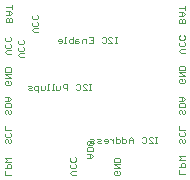
<source format=gbo>
G75*
%MOIN*%
%OFA0B0*%
%FSLAX24Y24*%
%IPPOS*%
%LPD*%
%AMOC8*
5,1,8,0,0,1.08239X$1,22.5*
%
%ADD10C,0.0040*%
D10*
X002236Y001693D02*
X002236Y001826D01*
X002236Y001914D02*
X002437Y001914D01*
X002437Y002014D01*
X002403Y002047D01*
X002336Y002047D01*
X002303Y002014D01*
X002303Y001914D01*
X002236Y002135D02*
X002303Y002201D01*
X002236Y002268D01*
X002437Y002268D01*
X002437Y002135D02*
X002236Y002135D01*
X002236Y001693D02*
X002437Y001693D01*
X002395Y002744D02*
X002362Y002744D01*
X002329Y002777D01*
X002329Y002844D01*
X002295Y002877D01*
X002262Y002877D01*
X002229Y002844D01*
X002229Y002777D01*
X002262Y002744D01*
X002395Y002744D02*
X002429Y002777D01*
X002429Y002844D01*
X002395Y002877D01*
X002395Y002965D02*
X002262Y002965D01*
X002229Y002998D01*
X002229Y003065D01*
X002262Y003098D01*
X002229Y003186D02*
X002229Y003319D01*
X002229Y003186D02*
X002429Y003186D01*
X002395Y003098D02*
X002429Y003065D01*
X002429Y002998D01*
X002395Y002965D01*
X002399Y003724D02*
X002366Y003724D01*
X002333Y003757D01*
X002333Y003824D01*
X002299Y003858D01*
X002266Y003858D01*
X002232Y003824D01*
X002232Y003757D01*
X002266Y003724D01*
X002399Y003724D02*
X002433Y003757D01*
X002433Y003824D01*
X002399Y003858D01*
X002433Y003945D02*
X002433Y004045D01*
X002399Y004079D01*
X002266Y004079D01*
X002232Y004045D01*
X002232Y003945D01*
X002433Y003945D01*
X002366Y004166D02*
X002232Y004166D01*
X002333Y004166D02*
X002333Y004300D01*
X002366Y004300D02*
X002232Y004300D01*
X002366Y004300D02*
X002433Y004233D01*
X002366Y004166D01*
X002403Y004700D02*
X002270Y004700D01*
X002236Y004734D01*
X002236Y004801D01*
X002270Y004834D01*
X002336Y004834D01*
X002336Y004767D01*
X002403Y004700D02*
X002437Y004734D01*
X002437Y004801D01*
X002403Y004834D01*
X002437Y004921D02*
X002236Y004921D01*
X002236Y005055D02*
X002437Y005055D01*
X002437Y005142D02*
X002236Y005142D01*
X002236Y005243D01*
X002270Y005276D01*
X002403Y005276D01*
X002437Y005243D01*
X002437Y005142D01*
X002236Y005055D02*
X002437Y004921D01*
X002983Y004660D02*
X003083Y004660D01*
X003116Y004627D01*
X003083Y004594D01*
X003016Y004594D01*
X002983Y004560D01*
X003016Y004527D01*
X003116Y004527D01*
X003204Y004560D02*
X003204Y004627D01*
X003237Y004660D01*
X003337Y004660D01*
X003337Y004460D01*
X003337Y004527D02*
X003237Y004527D01*
X003204Y004560D01*
X003425Y004527D02*
X003425Y004660D01*
X003425Y004527D02*
X003525Y004527D01*
X003558Y004560D01*
X003558Y004660D01*
X003672Y004727D02*
X003672Y004527D01*
X003639Y004527D02*
X003706Y004527D01*
X003786Y004527D02*
X003853Y004527D01*
X003820Y004527D02*
X003820Y004727D01*
X003853Y004727D01*
X003940Y004660D02*
X003940Y004527D01*
X004041Y004527D01*
X004074Y004560D01*
X004074Y004660D01*
X004161Y004694D02*
X004161Y004627D01*
X004195Y004594D01*
X004295Y004594D01*
X004295Y004527D02*
X004295Y004727D01*
X004195Y004727D01*
X004161Y004694D01*
X004603Y004694D02*
X004637Y004727D01*
X004704Y004727D01*
X004737Y004694D01*
X004737Y004560D01*
X004704Y004527D01*
X004637Y004527D01*
X004603Y004560D01*
X004824Y004527D02*
X004958Y004527D01*
X004824Y004660D01*
X004824Y004694D01*
X004858Y004727D01*
X004924Y004727D01*
X004958Y004694D01*
X005038Y004727D02*
X005105Y004727D01*
X005072Y004727D02*
X005072Y004527D01*
X005105Y004527D02*
X005038Y004527D01*
X003706Y004727D02*
X003672Y004727D01*
X002846Y005620D02*
X002712Y005620D01*
X002645Y005687D01*
X002712Y005754D01*
X002846Y005754D01*
X002812Y005841D02*
X002679Y005841D01*
X002645Y005875D01*
X002645Y005941D01*
X002679Y005975D01*
X002679Y006062D02*
X002645Y006096D01*
X002645Y006162D01*
X002679Y006196D01*
X002812Y006196D02*
X002846Y006162D01*
X002846Y006096D01*
X002812Y006062D01*
X002679Y006062D01*
X002812Y005975D02*
X002846Y005941D01*
X002846Y005875D01*
X002812Y005841D01*
X002437Y005854D02*
X002303Y005854D01*
X002236Y005787D01*
X002303Y005720D01*
X002437Y005720D01*
X002403Y005941D02*
X002270Y005941D01*
X002236Y005975D01*
X002236Y006041D01*
X002270Y006075D01*
X002270Y006162D02*
X002236Y006196D01*
X002236Y006262D01*
X002270Y006296D01*
X002403Y006296D02*
X002437Y006262D01*
X002437Y006196D01*
X002403Y006162D01*
X002270Y006162D01*
X002403Y006075D02*
X002437Y006041D01*
X002437Y005975D01*
X002403Y005941D01*
X003116Y006513D02*
X003182Y006580D01*
X003316Y006580D01*
X003282Y006667D02*
X003149Y006667D01*
X003116Y006701D01*
X003116Y006767D01*
X003149Y006801D01*
X003149Y006888D02*
X003116Y006921D01*
X003116Y006988D01*
X003149Y007022D01*
X003282Y007022D02*
X003316Y006988D01*
X003316Y006921D01*
X003282Y006888D01*
X003149Y006888D01*
X003282Y006801D02*
X003316Y006767D01*
X003316Y006701D01*
X003282Y006667D01*
X003116Y006513D02*
X003182Y006446D01*
X003316Y006446D01*
X003979Y006202D02*
X003979Y006168D01*
X004112Y006168D01*
X004112Y006135D02*
X004112Y006202D01*
X004079Y006235D01*
X004012Y006235D01*
X003979Y006202D01*
X004012Y006102D02*
X004079Y006102D01*
X004112Y006135D01*
X004193Y006102D02*
X004259Y006102D01*
X004226Y006102D02*
X004226Y006302D01*
X004259Y006302D01*
X004347Y006202D02*
X004380Y006235D01*
X004480Y006235D01*
X004480Y006302D02*
X004480Y006102D01*
X004380Y006102D01*
X004347Y006135D01*
X004347Y006202D01*
X004568Y006202D02*
X004568Y006102D01*
X004668Y006102D01*
X004701Y006135D01*
X004668Y006168D01*
X004568Y006168D01*
X004568Y006202D02*
X004601Y006235D01*
X004668Y006235D01*
X004789Y006202D02*
X004789Y006102D01*
X004789Y006202D02*
X004822Y006235D01*
X004922Y006235D01*
X004922Y006102D01*
X005010Y006102D02*
X005143Y006102D01*
X005143Y006302D01*
X005010Y006302D01*
X005077Y006202D02*
X005143Y006202D01*
X005452Y006269D02*
X005485Y006302D01*
X005552Y006302D01*
X005585Y006269D01*
X005585Y006135D01*
X005552Y006102D01*
X005485Y006102D01*
X005452Y006135D01*
X005673Y006102D02*
X005806Y006102D01*
X005673Y006235D01*
X005673Y006269D01*
X005706Y006302D01*
X005773Y006302D01*
X005806Y006269D01*
X005887Y006302D02*
X005954Y006302D01*
X005920Y006302D02*
X005920Y006102D01*
X005887Y006102D02*
X005954Y006102D01*
X008016Y006088D02*
X008049Y006122D01*
X008016Y006088D02*
X008016Y006022D01*
X008049Y005988D01*
X008183Y005988D01*
X008216Y006022D01*
X008216Y006088D01*
X008183Y006122D01*
X008183Y006209D02*
X008049Y006209D01*
X008016Y006243D01*
X008016Y006309D01*
X008049Y006343D01*
X008183Y006343D02*
X008216Y006309D01*
X008216Y006243D01*
X008183Y006209D01*
X008216Y005901D02*
X008083Y005901D01*
X008016Y005834D01*
X008083Y005767D01*
X008216Y005767D01*
X008191Y005339D02*
X008057Y005339D01*
X008024Y005306D01*
X008024Y005205D01*
X008224Y005205D01*
X008224Y005306D01*
X008191Y005339D01*
X008224Y005118D02*
X008024Y005118D01*
X008224Y004984D01*
X008024Y004984D01*
X008057Y004897D02*
X008124Y004897D01*
X008124Y004830D01*
X008191Y004763D02*
X008057Y004763D01*
X008024Y004797D01*
X008024Y004864D01*
X008057Y004897D01*
X008191Y004897D02*
X008224Y004864D01*
X008224Y004797D01*
X008191Y004763D01*
X008145Y004307D02*
X008012Y004307D01*
X008112Y004307D02*
X008112Y004174D01*
X008145Y004174D02*
X008212Y004241D01*
X008145Y004307D01*
X008145Y004174D02*
X008012Y004174D01*
X008045Y004086D02*
X008179Y004086D01*
X008212Y004053D01*
X008212Y003953D01*
X008012Y003953D01*
X008012Y004053D01*
X008045Y004086D01*
X008045Y003865D02*
X008012Y003832D01*
X008012Y003765D01*
X008045Y003732D01*
X008112Y003765D02*
X008112Y003832D01*
X008079Y003865D01*
X008045Y003865D01*
X008112Y003765D02*
X008145Y003732D01*
X008179Y003732D01*
X008212Y003765D01*
X008212Y003832D01*
X008179Y003865D01*
X008016Y003339D02*
X008016Y003205D01*
X008216Y003205D01*
X008183Y003118D02*
X008216Y003085D01*
X008216Y003018D01*
X008183Y002984D01*
X008049Y002984D01*
X008016Y003018D01*
X008016Y003085D01*
X008049Y003118D01*
X008049Y002897D02*
X008016Y002864D01*
X008016Y002797D01*
X008049Y002763D01*
X008116Y002797D02*
X008116Y002864D01*
X008083Y002897D01*
X008049Y002897D01*
X008116Y002797D02*
X008149Y002763D01*
X008183Y002763D01*
X008216Y002797D01*
X008216Y002864D01*
X008183Y002897D01*
X008216Y002311D02*
X008016Y002311D01*
X008083Y002245D01*
X008016Y002178D01*
X008216Y002178D01*
X008183Y002090D02*
X008116Y002090D01*
X008083Y002057D01*
X008083Y001957D01*
X008016Y001957D02*
X008216Y001957D01*
X008216Y002057D01*
X008183Y002090D01*
X008016Y001869D02*
X008016Y001736D01*
X008216Y001736D01*
X007301Y002760D02*
X007235Y002760D01*
X007268Y002760D02*
X007268Y002961D01*
X007301Y002961D02*
X007235Y002961D01*
X007154Y002927D02*
X007121Y002961D01*
X007054Y002961D01*
X007021Y002927D01*
X007021Y002894D01*
X007154Y002760D01*
X007021Y002760D01*
X006933Y002794D02*
X006900Y002760D01*
X006833Y002760D01*
X006800Y002794D01*
X006933Y002794D02*
X006933Y002927D01*
X006900Y002961D01*
X006833Y002961D01*
X006800Y002927D01*
X006491Y002894D02*
X006491Y002760D01*
X006491Y002860D02*
X006358Y002860D01*
X006358Y002894D02*
X006358Y002760D01*
X006270Y002794D02*
X006270Y002860D01*
X006237Y002894D01*
X006137Y002894D01*
X006137Y002961D02*
X006137Y002760D01*
X006237Y002760D01*
X006270Y002794D01*
X006358Y002894D02*
X006424Y002961D01*
X006491Y002894D01*
X006049Y002860D02*
X006049Y002794D01*
X006016Y002760D01*
X005916Y002760D01*
X005916Y002961D01*
X005916Y002894D02*
X006016Y002894D01*
X006049Y002860D01*
X005828Y002827D02*
X005761Y002894D01*
X005728Y002894D01*
X005644Y002860D02*
X005611Y002894D01*
X005544Y002894D01*
X005511Y002860D01*
X005511Y002827D01*
X005644Y002827D01*
X005644Y002794D02*
X005644Y002860D01*
X005644Y002794D02*
X005611Y002760D01*
X005544Y002760D01*
X005423Y002760D02*
X005323Y002760D01*
X005290Y002794D01*
X005323Y002827D01*
X005390Y002827D01*
X005423Y002860D01*
X005390Y002894D01*
X005290Y002894D01*
X005202Y002860D02*
X005169Y002894D01*
X005069Y002894D01*
X005102Y002827D02*
X005169Y002827D01*
X005202Y002860D01*
X005159Y002798D02*
X005125Y002831D01*
X004992Y002698D01*
X004958Y002731D01*
X004958Y002798D01*
X004992Y002831D01*
X005125Y002831D01*
X005102Y002827D02*
X005069Y002794D01*
X005102Y002760D01*
X005202Y002760D01*
X005159Y002731D02*
X005159Y002798D01*
X005159Y002731D02*
X005125Y002698D01*
X004992Y002698D01*
X004992Y002610D02*
X005125Y002610D01*
X005159Y002577D01*
X005159Y002477D01*
X004958Y002477D01*
X004958Y002577D01*
X004992Y002610D01*
X004958Y002389D02*
X005092Y002389D01*
X005159Y002323D01*
X005092Y002256D01*
X004958Y002256D01*
X005059Y002256D02*
X005059Y002389D01*
X004576Y002243D02*
X004576Y002176D01*
X004542Y002142D01*
X004409Y002142D01*
X004375Y002176D01*
X004375Y002243D01*
X004409Y002276D01*
X004542Y002276D02*
X004576Y002243D01*
X004542Y002055D02*
X004576Y002022D01*
X004576Y001955D01*
X004542Y001921D01*
X004409Y001921D01*
X004375Y001955D01*
X004375Y002022D01*
X004409Y002055D01*
X004442Y001834D02*
X004576Y001834D01*
X004576Y001700D02*
X004442Y001700D01*
X004375Y001767D01*
X004442Y001834D01*
X005828Y002760D02*
X005828Y002894D01*
X005902Y002264D02*
X006036Y002264D01*
X006069Y002231D01*
X006069Y002131D01*
X005869Y002131D01*
X005869Y002231D01*
X005902Y002264D01*
X005869Y002044D02*
X006069Y002044D01*
X006069Y001910D02*
X005869Y002044D01*
X005869Y001910D02*
X006069Y001910D01*
X006036Y001823D02*
X006069Y001789D01*
X006069Y001722D01*
X006036Y001689D01*
X005902Y001689D01*
X005869Y001722D01*
X005869Y001789D01*
X005902Y001823D01*
X005969Y001823D01*
X005969Y001756D01*
X008016Y006763D02*
X008016Y006864D01*
X008049Y006897D01*
X008083Y006897D01*
X008116Y006864D01*
X008116Y006763D01*
X008216Y006763D02*
X008216Y006864D01*
X008183Y006897D01*
X008149Y006897D01*
X008116Y006864D01*
X008116Y006984D02*
X008116Y007118D01*
X008149Y007118D02*
X008016Y007118D01*
X008149Y007118D02*
X008216Y007051D01*
X008149Y006984D01*
X008016Y006984D01*
X008016Y006763D02*
X008216Y006763D01*
X008216Y007205D02*
X008216Y007339D01*
X008216Y007272D02*
X008016Y007272D01*
X002456Y007298D02*
X002256Y007298D01*
X002256Y007144D02*
X002390Y007144D01*
X002456Y007077D01*
X002390Y007010D01*
X002256Y007010D01*
X002289Y006923D02*
X002256Y006889D01*
X002256Y006789D01*
X002456Y006789D01*
X002456Y006889D01*
X002423Y006923D01*
X002390Y006923D01*
X002356Y006889D01*
X002356Y006789D01*
X002356Y006889D02*
X002323Y006923D01*
X002289Y006923D01*
X002356Y007010D02*
X002356Y007144D01*
X002456Y007231D02*
X002456Y007364D01*
M02*

</source>
